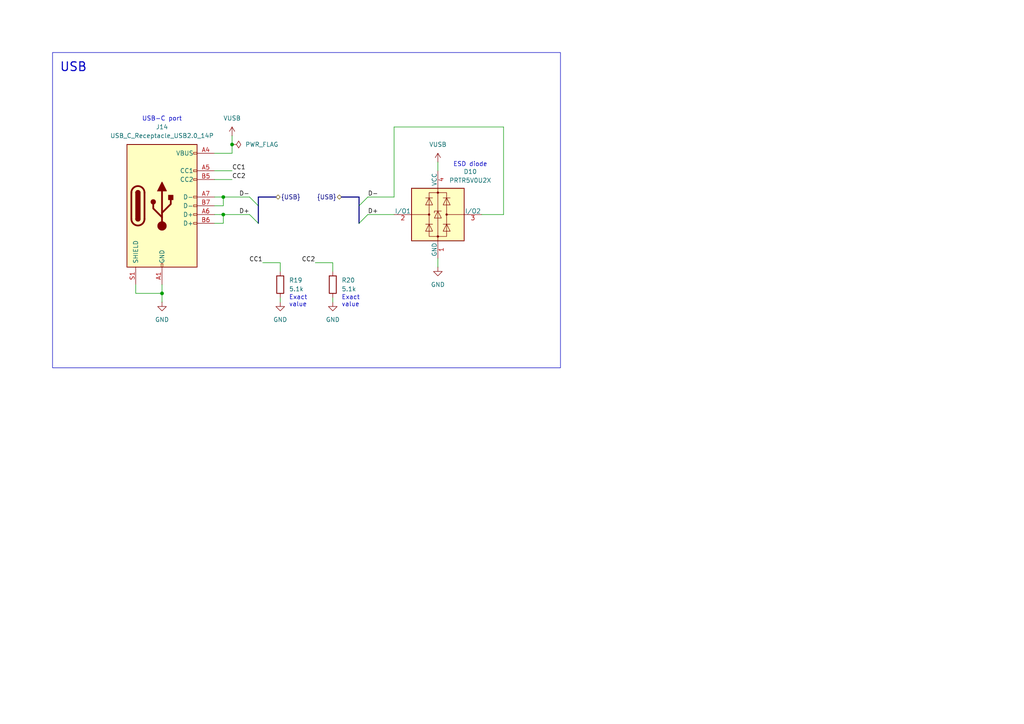
<source format=kicad_sch>
(kicad_sch (version 20250114) (generator "eeschema") (generator_version "9.0")
  (paper "A4")
  (lib_symbols
    (symbol "Connector:USB_C_Receptacle_USB2.0_14P" (pin_names (offset 1.016))
      (property "Reference" "J" (at 0 22.225 0))
      (property "Value" "USB_C_Receptacle_USB2.0_14P" (at 0 19.685 0))
      (symbol "USB_C_Receptacle_USB2.0_14P_0_0"
        (rectangle (start -0.254 -17.78) (end 0.254 -16.764))
        (rectangle (start 10.16 15.494) (end 9.144 14.986))
        (rectangle (start 10.16 10.414) (end 9.144 9.906))
        (rectangle (start 10.16 7.874) (end 9.144 7.366))
        (rectangle (start 10.16 2.794) (end 9.144 2.286))
        (rectangle (start 10.16 0.254) (end 9.144 -0.254))
        (rectangle (start 10.16 -2.286) (end 9.144 -2.794))
        (rectangle (start 10.16 -4.826) (end 9.144 -5.334))
      )
      (symbol "USB_C_Receptacle_USB2.0_14P_0_1"
        (rectangle (start -10.16 17.78) (end 10.16 -17.78) (stroke (width 0.254)) (fill (type background)))
        (polyline (pts (xy -8.89 -3.81) (xy -8.89 3.81)) (stroke (width 0.508)))
        (rectangle (start -7.62 -3.81) (end -6.35 3.81) (stroke (width 0.254)) (fill (type outline)))
        (arc (start -7.62 3.81) (mid -6.985 4.4423) (end -6.35 3.81) (stroke (width 0.254)))
        (arc (start -7.62 3.81) (mid -6.985 4.4423) (end -6.35 3.81) (stroke (width 0.254)) (fill (type outline)))
        (arc (start -8.89 3.81) (mid -6.985 5.7067) (end -5.08 3.81) (stroke (width 0.508)))
        (arc (start -5.08 -3.81) (mid -6.985 -5.7067) (end -8.89 -3.81) (stroke (width 0.508)))
        (arc (start -6.35 -3.81) (mid -6.985 -4.4423) (end -7.62 -3.81) (stroke (width 0.254)))
        (arc (start -6.35 -3.81) (mid -6.985 -4.4423) (end -7.62 -3.81) (stroke (width 0.254)) (fill (type outline)))
        (polyline (pts (xy -5.08 3.81) (xy -5.08 -3.81)) (stroke (width 0.508)))
        (circle (center -2.54 1.143) (radius 0.635) (stroke (width 0.254)) (fill (type outline)))
        (polyline (pts (xy -1.27 4.318) (xy 0 6.858) (xy 1.27 4.318) (xy -1.27 4.318)) (stroke (width 0.254)) (fill (type outline)))
        (polyline (pts (xy 0 -2.032) (xy 2.54 0.508) (xy 2.54 1.778)) (stroke (width 0.508)))
        (polyline (pts (xy 0 -3.302) (xy -2.54 -0.762) (xy -2.54 0.508)) (stroke (width 0.508)))
        (polyline (pts (xy 0 -5.842) (xy 0 4.318)) (stroke (width 0.508)))
        (circle (center 0 -5.842) (radius 1.27) (fill (type outline)))
        (rectangle (start 1.905 1.778) (end 3.175 3.048) (stroke (width 0.254)) (fill (type outline)))
      )
      (symbol "USB_C_Receptacle_USB2.0_14P_1_1"
        (pin passive line (at -7.62 -22.86 90) (length 5.08) (name "SHIELD") (number "S1"))
        (pin passive line (at 0 -22.86 90) (length 5.08) (name "GND") (number "A1"))
        (pin passive line (at 0 -22.86 90) (length 5.08) (hide yes) (name "GND") (number "A12"))
        (pin passive line (at 0 -22.86 90) (length 5.08) (hide yes) (name "GND") (number "B1"))
        (pin passive line (at 0 -22.86 90) (length 5.08) (hide yes) (name "GND") (number "B12"))
        (pin passive line (at 15.24 15.24 180) (length 5.08) (name "VBUS") (number "A4"))
        (pin passive line (at 15.24 15.24 180) (length 5.08) (hide yes) (name "VBUS") (number "A9"))
        (pin passive line (at 15.24 15.24 180) (length 5.08) (hide yes) (name "VBUS") (number "B4"))
        (pin passive line (at 15.24 15.24 180) (length 5.08) (hide yes) (name "VBUS") (number "B9"))
        (pin bidirectional line (at 15.24 10.16 180) (length 5.08) (name "CC1") (number "A5"))
        (pin bidirectional line (at 15.24 7.62 180) (length 5.08) (name "CC2") (number "B5"))
        (pin bidirectional line (at 15.24 2.54 180) (length 5.08) (name "D-") (number "A7"))
        (pin bidirectional line (at 15.24 0 180) (length 5.08) (name "D-") (number "B7"))
        (pin bidirectional line (at 15.24 -2.54 180) (length 5.08) (name "D+") (number "A6"))
        (pin bidirectional line (at 15.24 -5.08 180) (length 5.08) (name "D+") (number "B6"))
      )
    )
    (symbol "Device:R" (pin_numbers (hide yes)) (pin_names (offset 0))
      (property "Reference" "R" (at 2.032 0 90))
      (property "Value" "R" (at 0 0 90))
      (symbol "R_0_1"
        (rectangle (start -1.016 -2.54) (end 1.016 2.54) (stroke (width 0.254)))
      )
      (symbol "R_1_1"
        (pin passive line (at 0 3.81 270) (length 1.27) (name "~") (number "1"))
        (pin passive line (at 0 -3.81 90) (length 1.27) (name "~") (number "2"))
      )
    )
    (symbol "Power_Protection:PRTR5V0U2X" (pin_names (offset 0))
      (property "Reference" "D" (at 2.794 8.636 0))
      (property "Value" "PRTR5V0U2X" (at 8.128 -9.398 0))
      (symbol "PRTR5V0U2X_0_1"
        (rectangle (start -7.62 -7.62) (end 7.62 7.62) (stroke (width 0.254)) (fill (type background)))
        (polyline (pts (xy -3.556 2.794) (xy -1.524 2.794) (xy -2.54 4.826) (xy -3.556 2.794)))
        (polyline (pts (xy -3.556 -4.826) (xy -1.524 -4.826) (xy -2.54 -2.794) (xy -3.556 -4.826)))
        (rectangle (start -2.54 6.35) (end 2.54 -6.35))
        (circle (center -2.54 0) (radius 0.254) (fill (type outline)))
        (polyline (pts (xy -2.54 0) (xy -7.62 0)))
        (polyline (pts (xy -1.524 4.826) (xy -3.556 4.826)))
        (polyline (pts (xy -1.524 -2.794) (xy -3.556 -2.794)))
        (polyline (pts (xy -1.016 -1.016) (xy 1.016 -1.016) (xy 0 1.016) (xy -1.016 -1.016)))
        (circle (center 0 6.35) (radius 0.254) (fill (type outline)))
        (circle (center 0 -6.35) (radius 0.254) (fill (type outline)))
        (polyline (pts (xy 0 -7.62) (xy 0 7.62)))
        (polyline (pts (xy 1.016 1.016) (xy -1.016 1.016) (xy -1.016 0.508)))
        (polyline (pts (xy 1.524 4.826) (xy 3.556 4.826)))
        (polyline (pts (xy 1.524 -2.794) (xy 3.556 -2.794)))
        (polyline (pts (xy 2.54 0) (xy 7.62 0)))
        (circle (center 2.54 0) (radius 0.254) (fill (type outline)))
        (polyline (pts (xy 3.556 2.794) (xy 1.524 2.794) (xy 2.54 4.826) (xy 3.556 2.794)))
        (polyline (pts (xy 3.556 -4.826) (xy 1.524 -4.826) (xy 2.54 -2.794) (xy 3.556 -4.826)))
      )
      (symbol "PRTR5V0U2X_1_1"
        (pin passive line (at -12.7 0 0) (length 5.08) (name "I/O1") (number "2"))
        (pin passive line (at 0 12.7 270) (length 5.08) (name "VCC") (number "4"))
        (pin passive line (at 0 -12.7 90) (length 5.08) (name "GND") (number "1"))
        (pin passive line (at 12.7 0 180) (length 5.08) (name "I/O2") (number "3"))
      )
    )
    (symbol "power:GND" (power) (pin_numbers (hide yes)) (pin_names (offset 0) (hide yes))
      (property "Value" "GND" (at 0 -3.81 0))
      (symbol "GND_0_1"
        (polyline (pts (xy 0 0) (xy 0 -1.27) (xy 1.27 -1.27) (xy 0 -2.54) (xy -1.27 -1.27) (xy 0 -1.27)))
      )
      (symbol "GND_1_1"
        (pin power_in line (at 0 0 270) (length 0) (name "~") (number "1"))
      )
    )
    (symbol "power:PWR_FLAG" (power) (pin_numbers (hide yes)) (pin_names (offset 0) (hide yes))
      (property "Value" "PWR_FLAG" (at 0 3.81 0))
      (symbol "PWR_FLAG_0_0"
        (pin power_out line (at 0 0 90) (length 0) (name "~") (number "1"))
      )
      (symbol "PWR_FLAG_0_1"
        (polyline (pts (xy 0 0) (xy 0 1.27) (xy -1.016 1.905) (xy 0 2.54) (xy 1.016 1.905) (xy 0 1.27)))
      )
    )
    (symbol "power:VBUS" (power) (pin_numbers (hide yes)) (pin_names (offset 0) (hide yes))
      (property "Value" "VBUS" (at 0 3.556 0))
      (symbol "VBUS_0_1"
        (polyline (pts (xy -0.762 1.27) (xy 0 2.54)))
        (polyline (pts (xy 0 2.54) (xy 0.762 1.27)))
        (polyline (pts (xy 0 0) (xy 0 2.54)))
      )
      (symbol "VBUS_1_1"
        (pin power_in line (at 0 0 90) (length 0) (name "~") (number "1"))
      )
    )
  )
  (rectangle (start 15.24 15.24) (end 162.56 106.68))
  (text "USB-C port" (at 46.99 34.544 0) (effects (font (size 1.27 1.27))))
  (text "Exact\nvalue" (at 83.82 87.376 0) (effects (font (size 1.27 1.27)) (justify left)))
  (text "USB" (at 17.272 19.558 0) (effects (font (size 2.54 2.54) (thickness 0.3175)) (justify left)))
  (text "ESD diode" (at 136.398 47.752 0) (effects (font (size 1.27 1.27))))
  (text "Exact\nvalue" (at 99.06 87.376 0) (effects (font (size 1.27 1.27)) (justify left)))
  (junction (at 64.77 62.23))
  (junction (at 67.31 41.91))
  (junction (at 64.77 57.15))
  (junction (at 46.99 85.09))
  (bus_entry (at 72.39 57.15) (size 2.54 2.54))
  (bus_entry (at 106.68 57.15) (size -2.54 2.54))
  (bus_entry (at 72.39 62.23) (size 2.54 2.54))
  (bus_entry (at 106.68 62.23) (size -2.54 2.54))
  (wire (pts (xy 64.77 57.15) (xy 62.23 57.15)))
  (bus (pts (xy 74.93 57.15) (xy 74.93 59.69)))
  (wire (pts (xy 62.23 49.53) (xy 67.31 49.53)))
  (wire (pts (xy 64.77 62.23) (xy 72.39 62.23)))
  (wire (pts (xy 64.77 64.77) (xy 62.23 64.77)))
  (wire (pts (xy 64.77 62.23) (xy 62.23 62.23)))
  (bus (pts (xy 74.93 59.69) (xy 74.93 64.77)))
  (wire (pts (xy 46.99 85.09) (xy 46.99 87.63)))
  (wire (pts (xy 81.28 86.36) (xy 81.28 87.63)))
  (wire (pts (xy 67.31 44.45) (xy 62.23 44.45)))
  (wire (pts (xy 62.23 52.07) (xy 67.31 52.07)))
  (wire (pts (xy 96.52 86.36) (xy 96.52 87.63)))
  (wire (pts (xy 139.7 62.23) (xy 146.05 62.23)))
  (wire (pts (xy 114.3 57.15) (xy 106.68 57.15)))
  (wire (pts (xy 81.28 78.74) (xy 81.28 76.2)))
  (wire (pts (xy 114.3 57.15) (xy 114.3 36.83)))
  (wire (pts (xy 67.31 41.91) (xy 67.31 44.45)))
  (wire (pts (xy 64.77 62.23) (xy 64.77 64.77)))
  (wire (pts (xy 127 46.99) (xy 127 49.53)))
  (wire (pts (xy 39.37 85.09) (xy 46.99 85.09)))
  (wire (pts (xy 64.77 57.15) (xy 64.77 59.69)))
  (wire (pts (xy 81.28 76.2) (xy 76.2 76.2)))
  (bus (pts (xy 104.14 59.69) (xy 104.14 64.77)))
  (wire (pts (xy 146.05 36.83) (xy 146.05 62.23)))
  (wire (pts (xy 64.77 59.69) (xy 62.23 59.69)))
  (bus (pts (xy 104.14 57.15) (xy 99.06 57.15)))
  (bus (pts (xy 74.93 57.15) (xy 80.01 57.15)))
  (wire (pts (xy 64.77 57.15) (xy 72.39 57.15)))
  (wire (pts (xy 96.52 76.2) (xy 91.44 76.2)))
  (wire (pts (xy 96.52 76.2) (xy 96.52 78.74)))
  (wire (pts (xy 39.37 82.55) (xy 39.37 85.09)))
  (wire (pts (xy 46.99 82.55) (xy 46.99 85.09)))
  (wire (pts (xy 106.68 62.23) (xy 114.3 62.23)))
  (wire (pts (xy 114.3 36.83) (xy 146.05 36.83)))
  (wire (pts (xy 67.31 39.37) (xy 67.31 41.91)))
  (bus (pts (xy 104.14 57.15) (xy 104.14 59.69)))
  (wire (pts (xy 127 77.47) (xy 127 74.93)))
  (label "D-" (at 72.39 57.15 180))
  (label "D+" (at 106.68 62.23 0))
  (label "CC2" (at 91.44 76.2 180))
  (label "CC2" (at 67.31 52.07 0))
  (label "CC1" (at 76.2 76.2 180))
  (label "CC1" (at 67.31 49.53 0))
  (label "D+" (at 72.39 62.23 180))
  (label "D-" (at 106.68 57.15 0))
  (hierarchical_label "{USB}" (shape bidirectional) (at 99.06 57.15 180))
  (hierarchical_label "{USB}" (shape bidirectional) (at 80.01 57.15 0))
  (symbol (lib_id "power:GND") (at 127 77.47 0) (mirror y) (unit 1)
    (property "Reference" "#PWR0102" (effects (hide yes)))
    (property "Value" "GND" (at 127 82.55 0))
    (property "Description" "Power symbol creates a global label with name \"GND\" , ground" (effects (hide yes)))
  )
  (symbol (lib_id "Device:R") (at 96.52 82.55 0) (unit 1)
    (property "Reference" "R20" (at 99.06 81.2799 0) (effects (justify left)))
    (property "Value" "5.1k" (at 99.06 83.8199 0) (effects (justify left)))
    (property "Footprint" "Resistor_SMD:R_0603_1608Metric" (effects (hide yes)))
    (property "Description" "Resistor" (effects (hide yes)))
  )
  (symbol (lib_id "power:PWR_FLAG") (at 67.31 41.91 270) (unit 1)
    (property "Reference" "#FLG011" (effects (hide yes)))
    (property "Value" "PWR_FLAG" (at 71.12 41.9099 90) (effects (justify left)))
    (property "Description" "Special symbol for telling ERC where power comes from" (effects (hide yes)))
  )
  (symbol (lib_id "Connector:USB_C_Receptacle_USB2.0_14P") (at 46.99 59.69 0) (unit 1)
    (property "Reference" "J14" (at 46.99 36.83 0))
    (property "Value" "USB_C_Receptacle_USB2.0_14P" (at 46.99 39.37 0))
    (property "Footprint" "Connector_USB:USB_C_Receptacle_HRO_TYPE-C-31-M-12" (effects (hide yes)))
    (property "Datasheet" "https://www.usb.org/sites/default/files/documents/usb_type-c.zip" (effects (hide yes)))
    (property "Description" "USB 2.0-only 14P Type-C Receptacle connector" (effects (hide yes)))
  )
  (symbol (lib_id "power:GND") (at 46.99 87.63 0) (mirror y) (unit 1)
    (property "Reference" "#PWR0103" (effects (hide yes)))
    (property "Value" "GND" (at 46.99 92.71 0))
    (property "Description" "Power symbol creates a global label with name \"GND\" , ground" (effects (hide yes)))
  )
  (symbol (lib_id "Power_Protection:PRTR5V0U2X") (at 127 62.23 0) (unit 1)
    (property "Reference" "D10" (at 136.398 49.784 0))
    (property "Value" "PRTR5V0U2X" (at 136.398 52.324 0))
    (property "Footprint" "Package_TO_SOT_SMD:SOT-143" (effects (hide yes)))
    (property "Datasheet" "https://assets.nexperia.com/documents/data-sheet/PRTR5V0U2X.pdf" (effects (hide yes)))
    (property "Description" "Ultra low capacitance double rail-to-rail ESD protection diode, SOT-143" (effects (hide yes)))
  )
  (symbol (lib_id "power:VBUS") (at 127 46.99 0) (unit 1)
    (property "Reference" "#PWR0101" (effects (hide yes)))
    (property "Value" "VUSB" (at 127 41.91 0))
    (property "Description" "Power symbol creates a global label with name \"VBUS\"" (effects (hide yes)))
  )
  (symbol (lib_id "power:GND") (at 81.28 87.63 0) (mirror y) (unit 1)
    (property "Reference" "#PWR0104" (effects (hide yes)))
    (property "Value" "GND" (at 81.28 92.71 0))
    (property "Description" "Power symbol creates a global label with name \"GND\" , ground" (effects (hide yes)))
  )
  (symbol (lib_id "power:GND") (at 96.52 87.63 0) (mirror y) (unit 1)
    (property "Reference" "#PWR0105" (effects (hide yes)))
    (property "Value" "GND" (at 96.52 92.71 0))
    (property "Description" "Power symbol creates a global label with name \"GND\" , ground" (effects (hide yes)))
  )
  (symbol (lib_id "power:VBUS") (at 67.31 39.37 0) (unit 1)
    (property "Reference" "#PWR0100" (effects (hide yes)))
    (property "Value" "VUSB" (at 67.31 34.29 0))
    (property "Description" "Power symbol creates a global label with name \"VBUS\"" (effects (hide yes)))
  )
  (symbol (lib_id "Device:R") (at 81.28 82.55 0) (unit 1)
    (property "Reference" "R19" (at 83.82 81.2799 0) (effects (justify left)))
    (property "Value" "5.1k" (at 83.82 83.8199 0) (effects (justify left)))
    (property "Footprint" "Resistor_SMD:R_0603_1608Metric" (effects (hide yes)))
    (property "Description" "Resistor" (effects (hide yes)))
  )
)
</source>
